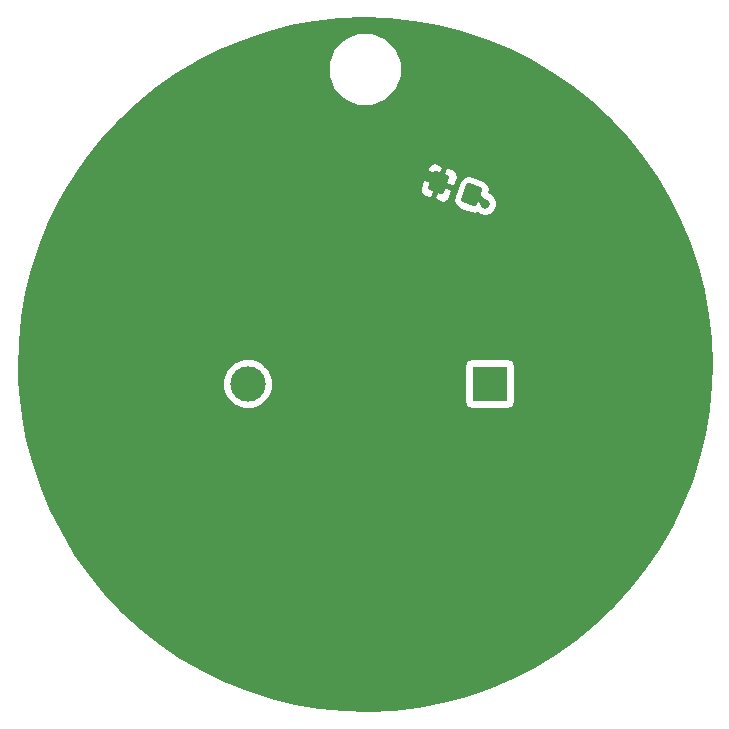
<source format=gtl>
G04 #@! TF.GenerationSoftware,KiCad,Pcbnew,(5.0.2)-1*
G04 #@! TF.CreationDate,2020-03-01T21:18:26+01:00*
G04 #@! TF.ProjectId,dragon,64726167-6f6e-42e6-9b69-6361645f7063,rev?*
G04 #@! TF.SameCoordinates,Original*
G04 #@! TF.FileFunction,Copper,L1,Top*
G04 #@! TF.FilePolarity,Positive*
%FSLAX46Y46*%
G04 Gerber Fmt 4.6, Leading zero omitted, Abs format (unit mm)*
G04 Created by KiCad (PCBNEW (5.0.2)-1) date 3/1/2020 9:18:26 PM*
%MOMM*%
%LPD*%
G01*
G04 APERTURE LIST*
G04 #@! TA.AperFunction,ComponentPad*
%ADD10R,3.000000X3.000000*%
G04 #@! TD*
G04 #@! TA.AperFunction,ComponentPad*
%ADD11C,3.000000*%
G04 #@! TD*
G04 #@! TA.AperFunction,Conductor*
%ADD12C,0.100000*%
G04 #@! TD*
G04 #@! TA.AperFunction,SMDPad,CuDef*
%ADD13C,1.425000*%
G04 #@! TD*
G04 #@! TA.AperFunction,ViaPad*
%ADD14C,0.800000*%
G04 #@! TD*
G04 #@! TA.AperFunction,Conductor*
%ADD15C,0.500000*%
G04 #@! TD*
G04 #@! TA.AperFunction,Conductor*
%ADD16C,0.254000*%
G04 #@! TD*
G04 APERTURE END LIST*
D10*
G04 #@! TO.P,BT1,1*
G04 #@! TO.N,Net-(BT1-Pad1)*
X170561000Y-106640000D03*
D11*
G04 #@! TO.P,BT1,2*
G04 #@! TO.N,Net-(BT1-Pad2)*
X150071000Y-106640000D03*
G04 #@! TD*
D12*
G04 #@! TO.N,Net-(D1-Pad2)*
G04 #@! TO.C,D1*
G36*
X166034991Y-88626125D02*
X166059393Y-88628663D01*
X166083429Y-88633580D01*
X166106867Y-88640830D01*
X166976082Y-88957198D01*
X166998697Y-88966710D01*
X167020270Y-88978393D01*
X167040595Y-88992134D01*
X167059474Y-89007802D01*
X167076728Y-89025244D01*
X167092188Y-89044294D01*
X167105707Y-89064767D01*
X167117154Y-89086466D01*
X167126419Y-89109184D01*
X167133412Y-89132699D01*
X167138068Y-89156788D01*
X167140339Y-89181216D01*
X167140205Y-89205750D01*
X167137667Y-89230152D01*
X167132750Y-89254188D01*
X167125500Y-89277626D01*
X166697975Y-90452242D01*
X166688463Y-90474857D01*
X166676780Y-90496430D01*
X166663039Y-90516755D01*
X166647371Y-90535635D01*
X166629929Y-90552888D01*
X166610879Y-90568348D01*
X166590406Y-90581867D01*
X166568707Y-90593314D01*
X166545989Y-90602579D01*
X166522474Y-90609573D01*
X166498385Y-90614228D01*
X166473957Y-90616499D01*
X166449423Y-90616365D01*
X166425021Y-90613827D01*
X166400985Y-90608910D01*
X166377547Y-90601660D01*
X165508332Y-90285292D01*
X165485717Y-90275780D01*
X165464144Y-90264097D01*
X165443819Y-90250356D01*
X165424940Y-90234688D01*
X165407686Y-90217246D01*
X165392226Y-90198196D01*
X165378707Y-90177723D01*
X165367260Y-90156024D01*
X165357995Y-90133306D01*
X165351002Y-90109791D01*
X165346346Y-90085702D01*
X165344075Y-90061274D01*
X165344209Y-90036740D01*
X165346747Y-90012338D01*
X165351664Y-89988302D01*
X165358914Y-89964864D01*
X165786439Y-88790248D01*
X165795951Y-88767633D01*
X165807634Y-88746060D01*
X165821375Y-88725735D01*
X165837043Y-88706855D01*
X165854485Y-88689602D01*
X165873535Y-88674142D01*
X165894008Y-88660623D01*
X165915707Y-88649176D01*
X165938425Y-88639911D01*
X165961940Y-88632917D01*
X165986029Y-88628262D01*
X166010457Y-88625991D01*
X166034991Y-88626125D01*
X166034991Y-88626125D01*
G37*
D13*
G04 #@! TD*
G04 #@! TO.P,D1,2*
G04 #@! TO.N,Net-(D1-Pad2)*
X166242207Y-89621245D03*
D12*
G04 #@! TO.N,Net-(BT1-Pad2)*
G04 #@! TO.C,D1*
G36*
X168830577Y-89643635D02*
X168854979Y-89646173D01*
X168879015Y-89651090D01*
X168902453Y-89658340D01*
X169771668Y-89974708D01*
X169794283Y-89984220D01*
X169815856Y-89995903D01*
X169836181Y-90009644D01*
X169855060Y-90025312D01*
X169872314Y-90042754D01*
X169887774Y-90061804D01*
X169901293Y-90082277D01*
X169912740Y-90103976D01*
X169922005Y-90126694D01*
X169928998Y-90150209D01*
X169933654Y-90174298D01*
X169935925Y-90198726D01*
X169935791Y-90223260D01*
X169933253Y-90247662D01*
X169928336Y-90271698D01*
X169921086Y-90295136D01*
X169493561Y-91469752D01*
X169484049Y-91492367D01*
X169472366Y-91513940D01*
X169458625Y-91534265D01*
X169442957Y-91553145D01*
X169425515Y-91570398D01*
X169406465Y-91585858D01*
X169385992Y-91599377D01*
X169364293Y-91610824D01*
X169341575Y-91620089D01*
X169318060Y-91627083D01*
X169293971Y-91631738D01*
X169269543Y-91634009D01*
X169245009Y-91633875D01*
X169220607Y-91631337D01*
X169196571Y-91626420D01*
X169173133Y-91619170D01*
X168303918Y-91302802D01*
X168281303Y-91293290D01*
X168259730Y-91281607D01*
X168239405Y-91267866D01*
X168220526Y-91252198D01*
X168203272Y-91234756D01*
X168187812Y-91215706D01*
X168174293Y-91195233D01*
X168162846Y-91173534D01*
X168153581Y-91150816D01*
X168146588Y-91127301D01*
X168141932Y-91103212D01*
X168139661Y-91078784D01*
X168139795Y-91054250D01*
X168142333Y-91029848D01*
X168147250Y-91005812D01*
X168154500Y-90982374D01*
X168582025Y-89807758D01*
X168591537Y-89785143D01*
X168603220Y-89763570D01*
X168616961Y-89743245D01*
X168632629Y-89724365D01*
X168650071Y-89707112D01*
X168669121Y-89691652D01*
X168689594Y-89678133D01*
X168711293Y-89666686D01*
X168734011Y-89657421D01*
X168757526Y-89650427D01*
X168781615Y-89645772D01*
X168806043Y-89643501D01*
X168830577Y-89643635D01*
X168830577Y-89643635D01*
G37*
D13*
G04 #@! TD*
G04 #@! TO.P,D1,1*
G04 #@! TO.N,Net-(BT1-Pad2)*
X169037793Y-90638755D03*
D14*
G04 #@! TO.N,Net-(BT1-Pad2)*
X170180000Y-91400000D03*
G04 #@! TO.N,Net-(D1-Pad2)*
X165100000Y-88860000D03*
G04 #@! TD*
D15*
G04 #@! TO.N,Net-(BT1-Pad2)*
X169418755Y-90638755D02*
X170180000Y-91400000D01*
X169037793Y-90638755D02*
X169418755Y-90638755D01*
G04 #@! TO.N,Net-(D1-Pad2)*
X165480962Y-88860000D02*
X166242207Y-89621245D01*
X165100000Y-88860000D02*
X165480962Y-88860000D01*
G04 #@! TD*
D16*
G04 #@! TO.N,Net-(D1-Pad2)*
G36*
X161992168Y-75777827D02*
X164076380Y-75995048D01*
X166139728Y-76360729D01*
X168171649Y-76872998D01*
X170161745Y-77529233D01*
X172099829Y-78326076D01*
X173975980Y-79259447D01*
X175780596Y-80324569D01*
X177504441Y-81515991D01*
X179138689Y-82827615D01*
X180674978Y-84252726D01*
X182105444Y-85784031D01*
X183422764Y-87413692D01*
X184620196Y-89133367D01*
X185691611Y-90934254D01*
X186631526Y-92807136D01*
X187435128Y-94742426D01*
X188098306Y-96730219D01*
X188617665Y-98760340D01*
X188990546Y-100822399D01*
X189215041Y-102905840D01*
X189290000Y-105000000D01*
X189241432Y-106686050D01*
X189046048Y-108772423D01*
X188701995Y-110839487D01*
X188211032Y-112876662D01*
X187575672Y-114873520D01*
X186799169Y-116819842D01*
X185885495Y-118705664D01*
X184839329Y-120521335D01*
X183666024Y-122257561D01*
X182371586Y-123905456D01*
X180962640Y-125456584D01*
X179446399Y-126903006D01*
X177830622Y-128237319D01*
X176123581Y-129452694D01*
X174334012Y-130542909D01*
X172471075Y-131502384D01*
X170544307Y-132326209D01*
X168563567Y-133010166D01*
X166538996Y-133550755D01*
X164480955Y-133945209D01*
X162399979Y-134191509D01*
X160306719Y-134288394D01*
X158211888Y-134235368D01*
X156126210Y-134032703D01*
X154060360Y-133681436D01*
X152024912Y-133183365D01*
X150030283Y-132541039D01*
X148086684Y-131757746D01*
X146204062Y-130837496D01*
X144392054Y-129784998D01*
X142659934Y-128605639D01*
X141016568Y-127305457D01*
X139470368Y-125891106D01*
X138029247Y-124369825D01*
X136700582Y-122749400D01*
X135491173Y-121038127D01*
X134407212Y-119244763D01*
X133454245Y-117378489D01*
X132637151Y-115448856D01*
X131960112Y-113465741D01*
X131426593Y-111439295D01*
X131039326Y-109379890D01*
X130800291Y-107298067D01*
X130753965Y-106215322D01*
X147936000Y-106215322D01*
X147936000Y-107064678D01*
X148261034Y-107849380D01*
X148861620Y-108449966D01*
X149646322Y-108775000D01*
X150495678Y-108775000D01*
X151280380Y-108449966D01*
X151880966Y-107849380D01*
X152206000Y-107064678D01*
X152206000Y-106215322D01*
X151880966Y-105430620D01*
X151590346Y-105140000D01*
X168413560Y-105140000D01*
X168413560Y-108140000D01*
X168462843Y-108387765D01*
X168603191Y-108597809D01*
X168813235Y-108738157D01*
X169061000Y-108787440D01*
X172061000Y-108787440D01*
X172308765Y-108738157D01*
X172518809Y-108597809D01*
X172659157Y-108387765D01*
X172708440Y-108140000D01*
X172708440Y-105140000D01*
X172659157Y-104892235D01*
X172518809Y-104682191D01*
X172308765Y-104541843D01*
X172061000Y-104492560D01*
X169061000Y-104492560D01*
X168813235Y-104541843D01*
X168603191Y-104682191D01*
X168462843Y-104892235D01*
X168413560Y-105140000D01*
X151590346Y-105140000D01*
X151280380Y-104830034D01*
X150495678Y-104505000D01*
X149646322Y-104505000D01*
X148861620Y-104830034D01*
X148261034Y-105430620D01*
X147936000Y-106215322D01*
X130753965Y-106215322D01*
X130710714Y-105204481D01*
X130771052Y-103109849D01*
X130980996Y-101024891D01*
X131339472Y-98960279D01*
X131844645Y-96926582D01*
X132493929Y-94934208D01*
X133284002Y-92993354D01*
X134210818Y-91113956D01*
X134803755Y-90101296D01*
X164633503Y-90101296D01*
X164644522Y-90353675D01*
X164751284Y-90582625D01*
X164937534Y-90753291D01*
X165457239Y-90942449D01*
X165474412Y-90934441D01*
X165899393Y-90934441D01*
X165994274Y-91137913D01*
X166513979Y-91327070D01*
X166766357Y-91316051D01*
X166995308Y-91209291D01*
X167089017Y-91107025D01*
X167492837Y-91107025D01*
X167576066Y-91447154D01*
X167783122Y-91729541D01*
X168082481Y-91911197D01*
X168951696Y-92227565D01*
X169297784Y-92280833D01*
X169538274Y-92221985D01*
X169593720Y-92277431D01*
X169974126Y-92435000D01*
X170385874Y-92435000D01*
X170766280Y-92277431D01*
X171057431Y-91986280D01*
X171215000Y-91605874D01*
X171215000Y-91194126D01*
X171057431Y-90813720D01*
X170766280Y-90522569D01*
X170542805Y-90430003D01*
X170582749Y-90170485D01*
X170499520Y-89830356D01*
X170292464Y-89547969D01*
X169993105Y-89366313D01*
X169123890Y-89049945D01*
X168777802Y-88996677D01*
X168437673Y-89079906D01*
X168155286Y-89286961D01*
X167973630Y-89586321D01*
X167546105Y-90760937D01*
X167492837Y-91107025D01*
X167089017Y-91107025D01*
X167165975Y-91023041D01*
X167252375Y-90785657D01*
X167410711Y-90350634D01*
X167315830Y-90147162D01*
X166318111Y-89784023D01*
X165899393Y-90934441D01*
X165474412Y-90934441D01*
X165660711Y-90847568D01*
X166079429Y-89697149D01*
X165662340Y-89545341D01*
X166404985Y-89545341D01*
X167402703Y-89908480D01*
X167606175Y-89813600D01*
X167764510Y-89378578D01*
X167850911Y-89141194D01*
X167839892Y-88888815D01*
X167733130Y-88659865D01*
X167546880Y-88489199D01*
X167027175Y-88300041D01*
X166823703Y-88394922D01*
X166404985Y-89545341D01*
X165662340Y-89545341D01*
X165081711Y-89334010D01*
X164878239Y-89428890D01*
X164719904Y-89863912D01*
X164633503Y-90101296D01*
X134803755Y-90101296D01*
X135269635Y-89305633D01*
X135553484Y-88891856D01*
X165073703Y-88891856D01*
X165168584Y-89095328D01*
X166166303Y-89458467D01*
X166585021Y-88308049D01*
X166490140Y-88104577D01*
X165970435Y-87915420D01*
X165718057Y-87926439D01*
X165489106Y-88033199D01*
X165318439Y-88219449D01*
X165232039Y-88456833D01*
X165073703Y-88891856D01*
X135553484Y-88891856D01*
X136455033Y-87577641D01*
X137760943Y-85938823D01*
X139180683Y-84397569D01*
X140706986Y-82961767D01*
X142332038Y-81638767D01*
X144047523Y-80435339D01*
X145813365Y-79376410D01*
X156865000Y-79376410D01*
X156865000Y-80623590D01*
X157342276Y-81775835D01*
X158224165Y-82657724D01*
X159376410Y-83135000D01*
X160623590Y-83135000D01*
X161775835Y-82657724D01*
X162657724Y-81775835D01*
X163135000Y-80623590D01*
X163135000Y-79376410D01*
X162657724Y-78224165D01*
X161775835Y-77342276D01*
X160623590Y-76865000D01*
X159376410Y-76865000D01*
X158224165Y-77342276D01*
X157342276Y-78224165D01*
X156865000Y-79376410D01*
X145813365Y-79376410D01*
X145844659Y-79357644D01*
X147714249Y-78411198D01*
X149646722Y-77600844D01*
X151632188Y-76930732D01*
X153660484Y-76404290D01*
X155721228Y-76024213D01*
X157803873Y-75792447D01*
X159897759Y-75710178D01*
X161992168Y-75777827D01*
X161992168Y-75777827D01*
G37*
X161992168Y-75777827D02*
X164076380Y-75995048D01*
X166139728Y-76360729D01*
X168171649Y-76872998D01*
X170161745Y-77529233D01*
X172099829Y-78326076D01*
X173975980Y-79259447D01*
X175780596Y-80324569D01*
X177504441Y-81515991D01*
X179138689Y-82827615D01*
X180674978Y-84252726D01*
X182105444Y-85784031D01*
X183422764Y-87413692D01*
X184620196Y-89133367D01*
X185691611Y-90934254D01*
X186631526Y-92807136D01*
X187435128Y-94742426D01*
X188098306Y-96730219D01*
X188617665Y-98760340D01*
X188990546Y-100822399D01*
X189215041Y-102905840D01*
X189290000Y-105000000D01*
X189241432Y-106686050D01*
X189046048Y-108772423D01*
X188701995Y-110839487D01*
X188211032Y-112876662D01*
X187575672Y-114873520D01*
X186799169Y-116819842D01*
X185885495Y-118705664D01*
X184839329Y-120521335D01*
X183666024Y-122257561D01*
X182371586Y-123905456D01*
X180962640Y-125456584D01*
X179446399Y-126903006D01*
X177830622Y-128237319D01*
X176123581Y-129452694D01*
X174334012Y-130542909D01*
X172471075Y-131502384D01*
X170544307Y-132326209D01*
X168563567Y-133010166D01*
X166538996Y-133550755D01*
X164480955Y-133945209D01*
X162399979Y-134191509D01*
X160306719Y-134288394D01*
X158211888Y-134235368D01*
X156126210Y-134032703D01*
X154060360Y-133681436D01*
X152024912Y-133183365D01*
X150030283Y-132541039D01*
X148086684Y-131757746D01*
X146204062Y-130837496D01*
X144392054Y-129784998D01*
X142659934Y-128605639D01*
X141016568Y-127305457D01*
X139470368Y-125891106D01*
X138029247Y-124369825D01*
X136700582Y-122749400D01*
X135491173Y-121038127D01*
X134407212Y-119244763D01*
X133454245Y-117378489D01*
X132637151Y-115448856D01*
X131960112Y-113465741D01*
X131426593Y-111439295D01*
X131039326Y-109379890D01*
X130800291Y-107298067D01*
X130753965Y-106215322D01*
X147936000Y-106215322D01*
X147936000Y-107064678D01*
X148261034Y-107849380D01*
X148861620Y-108449966D01*
X149646322Y-108775000D01*
X150495678Y-108775000D01*
X151280380Y-108449966D01*
X151880966Y-107849380D01*
X152206000Y-107064678D01*
X152206000Y-106215322D01*
X151880966Y-105430620D01*
X151590346Y-105140000D01*
X168413560Y-105140000D01*
X168413560Y-108140000D01*
X168462843Y-108387765D01*
X168603191Y-108597809D01*
X168813235Y-108738157D01*
X169061000Y-108787440D01*
X172061000Y-108787440D01*
X172308765Y-108738157D01*
X172518809Y-108597809D01*
X172659157Y-108387765D01*
X172708440Y-108140000D01*
X172708440Y-105140000D01*
X172659157Y-104892235D01*
X172518809Y-104682191D01*
X172308765Y-104541843D01*
X172061000Y-104492560D01*
X169061000Y-104492560D01*
X168813235Y-104541843D01*
X168603191Y-104682191D01*
X168462843Y-104892235D01*
X168413560Y-105140000D01*
X151590346Y-105140000D01*
X151280380Y-104830034D01*
X150495678Y-104505000D01*
X149646322Y-104505000D01*
X148861620Y-104830034D01*
X148261034Y-105430620D01*
X147936000Y-106215322D01*
X130753965Y-106215322D01*
X130710714Y-105204481D01*
X130771052Y-103109849D01*
X130980996Y-101024891D01*
X131339472Y-98960279D01*
X131844645Y-96926582D01*
X132493929Y-94934208D01*
X133284002Y-92993354D01*
X134210818Y-91113956D01*
X134803755Y-90101296D01*
X164633503Y-90101296D01*
X164644522Y-90353675D01*
X164751284Y-90582625D01*
X164937534Y-90753291D01*
X165457239Y-90942449D01*
X165474412Y-90934441D01*
X165899393Y-90934441D01*
X165994274Y-91137913D01*
X166513979Y-91327070D01*
X166766357Y-91316051D01*
X166995308Y-91209291D01*
X167089017Y-91107025D01*
X167492837Y-91107025D01*
X167576066Y-91447154D01*
X167783122Y-91729541D01*
X168082481Y-91911197D01*
X168951696Y-92227565D01*
X169297784Y-92280833D01*
X169538274Y-92221985D01*
X169593720Y-92277431D01*
X169974126Y-92435000D01*
X170385874Y-92435000D01*
X170766280Y-92277431D01*
X171057431Y-91986280D01*
X171215000Y-91605874D01*
X171215000Y-91194126D01*
X171057431Y-90813720D01*
X170766280Y-90522569D01*
X170542805Y-90430003D01*
X170582749Y-90170485D01*
X170499520Y-89830356D01*
X170292464Y-89547969D01*
X169993105Y-89366313D01*
X169123890Y-89049945D01*
X168777802Y-88996677D01*
X168437673Y-89079906D01*
X168155286Y-89286961D01*
X167973630Y-89586321D01*
X167546105Y-90760937D01*
X167492837Y-91107025D01*
X167089017Y-91107025D01*
X167165975Y-91023041D01*
X167252375Y-90785657D01*
X167410711Y-90350634D01*
X167315830Y-90147162D01*
X166318111Y-89784023D01*
X165899393Y-90934441D01*
X165474412Y-90934441D01*
X165660711Y-90847568D01*
X166079429Y-89697149D01*
X165662340Y-89545341D01*
X166404985Y-89545341D01*
X167402703Y-89908480D01*
X167606175Y-89813600D01*
X167764510Y-89378578D01*
X167850911Y-89141194D01*
X167839892Y-88888815D01*
X167733130Y-88659865D01*
X167546880Y-88489199D01*
X167027175Y-88300041D01*
X166823703Y-88394922D01*
X166404985Y-89545341D01*
X165662340Y-89545341D01*
X165081711Y-89334010D01*
X164878239Y-89428890D01*
X164719904Y-89863912D01*
X164633503Y-90101296D01*
X134803755Y-90101296D01*
X135269635Y-89305633D01*
X135553484Y-88891856D01*
X165073703Y-88891856D01*
X165168584Y-89095328D01*
X166166303Y-89458467D01*
X166585021Y-88308049D01*
X166490140Y-88104577D01*
X165970435Y-87915420D01*
X165718057Y-87926439D01*
X165489106Y-88033199D01*
X165318439Y-88219449D01*
X165232039Y-88456833D01*
X165073703Y-88891856D01*
X135553484Y-88891856D01*
X136455033Y-87577641D01*
X137760943Y-85938823D01*
X139180683Y-84397569D01*
X140706986Y-82961767D01*
X142332038Y-81638767D01*
X144047523Y-80435339D01*
X145813365Y-79376410D01*
X156865000Y-79376410D01*
X156865000Y-80623590D01*
X157342276Y-81775835D01*
X158224165Y-82657724D01*
X159376410Y-83135000D01*
X160623590Y-83135000D01*
X161775835Y-82657724D01*
X162657724Y-81775835D01*
X163135000Y-80623590D01*
X163135000Y-79376410D01*
X162657724Y-78224165D01*
X161775835Y-77342276D01*
X160623590Y-76865000D01*
X159376410Y-76865000D01*
X158224165Y-77342276D01*
X157342276Y-78224165D01*
X156865000Y-79376410D01*
X145813365Y-79376410D01*
X145844659Y-79357644D01*
X147714249Y-78411198D01*
X149646722Y-77600844D01*
X151632188Y-76930732D01*
X153660484Y-76404290D01*
X155721228Y-76024213D01*
X157803873Y-75792447D01*
X159897759Y-75710178D01*
X161992168Y-75777827D01*
G04 #@! TD*
M02*

</source>
